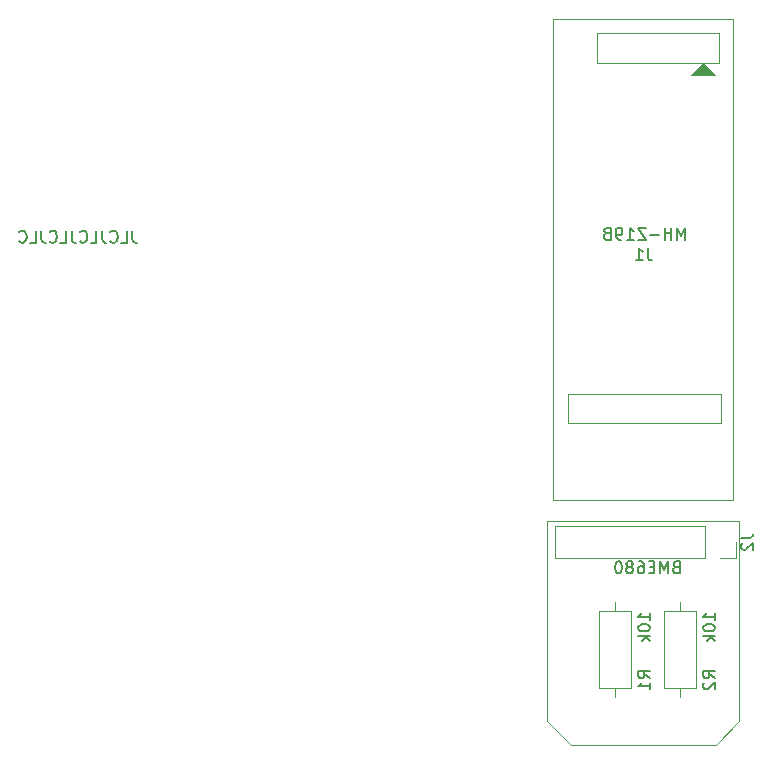
<source format=gbr>
%TF.GenerationSoftware,KiCad,Pcbnew,5.1.10*%
%TF.CreationDate,2021-11-06T09:54:13+01:00*%
%TF.ProjectId,air_quality_box,6169725f-7175-4616-9c69-74795f626f78,rev?*%
%TF.SameCoordinates,Original*%
%TF.FileFunction,Legend,Bot*%
%TF.FilePolarity,Positive*%
%FSLAX46Y46*%
G04 Gerber Fmt 4.6, Leading zero omitted, Abs format (unit mm)*
G04 Created by KiCad (PCBNEW 5.1.10) date 2021-11-06 09:54:13*
%MOMM*%
%LPD*%
G01*
G04 APERTURE LIST*
%ADD10C,0.150000*%
%ADD11C,0.120000*%
%ADD12C,0.100000*%
G04 APERTURE END LIST*
D10*
X109619047Y-62452380D02*
X109619047Y-63166666D01*
X109666666Y-63309523D01*
X109761904Y-63404761D01*
X109904761Y-63452380D01*
X110000000Y-63452380D01*
X108666666Y-63452380D02*
X109142857Y-63452380D01*
X109142857Y-62452380D01*
X107761904Y-63357142D02*
X107809523Y-63404761D01*
X107952380Y-63452380D01*
X108047619Y-63452380D01*
X108190476Y-63404761D01*
X108285714Y-63309523D01*
X108333333Y-63214285D01*
X108380952Y-63023809D01*
X108380952Y-62880952D01*
X108333333Y-62690476D01*
X108285714Y-62595238D01*
X108190476Y-62500000D01*
X108047619Y-62452380D01*
X107952380Y-62452380D01*
X107809523Y-62500000D01*
X107761904Y-62547619D01*
X107047619Y-62452380D02*
X107047619Y-63166666D01*
X107095238Y-63309523D01*
X107190476Y-63404761D01*
X107333333Y-63452380D01*
X107428571Y-63452380D01*
X106095238Y-63452380D02*
X106571428Y-63452380D01*
X106571428Y-62452380D01*
X105190476Y-63357142D02*
X105238095Y-63404761D01*
X105380952Y-63452380D01*
X105476190Y-63452380D01*
X105619047Y-63404761D01*
X105714285Y-63309523D01*
X105761904Y-63214285D01*
X105809523Y-63023809D01*
X105809523Y-62880952D01*
X105761904Y-62690476D01*
X105714285Y-62595238D01*
X105619047Y-62500000D01*
X105476190Y-62452380D01*
X105380952Y-62452380D01*
X105238095Y-62500000D01*
X105190476Y-62547619D01*
X104476190Y-62452380D02*
X104476190Y-63166666D01*
X104523809Y-63309523D01*
X104619047Y-63404761D01*
X104761904Y-63452380D01*
X104857142Y-63452380D01*
X103523809Y-63452380D02*
X104000000Y-63452380D01*
X104000000Y-62452380D01*
X102619047Y-63357142D02*
X102666666Y-63404761D01*
X102809523Y-63452380D01*
X102904761Y-63452380D01*
X103047619Y-63404761D01*
X103142857Y-63309523D01*
X103190476Y-63214285D01*
X103238095Y-63023809D01*
X103238095Y-62880952D01*
X103190476Y-62690476D01*
X103142857Y-62595238D01*
X103047619Y-62500000D01*
X102904761Y-62452380D01*
X102809523Y-62452380D01*
X102666666Y-62500000D01*
X102619047Y-62547619D01*
X101904761Y-62452380D02*
X101904761Y-63166666D01*
X101952380Y-63309523D01*
X102047619Y-63404761D01*
X102190476Y-63452380D01*
X102285714Y-63452380D01*
X100952380Y-63452380D02*
X101428571Y-63452380D01*
X101428571Y-62452380D01*
X100047619Y-63357142D02*
X100095238Y-63404761D01*
X100238095Y-63452380D01*
X100333333Y-63452380D01*
X100476190Y-63404761D01*
X100571428Y-63309523D01*
X100619047Y-63214285D01*
X100666666Y-63023809D01*
X100666666Y-62880952D01*
X100619047Y-62690476D01*
X100571428Y-62595238D01*
X100476190Y-62500000D01*
X100333333Y-62452380D01*
X100238095Y-62452380D01*
X100095238Y-62500000D01*
X100047619Y-62547619D01*
D11*
X159250000Y-45750000D02*
X149000000Y-45750000D01*
X159250000Y-48250000D02*
X159250000Y-45750000D01*
X149000000Y-48250000D02*
X159250000Y-48250000D01*
X149000000Y-45750000D02*
X149000000Y-48250000D01*
X146500000Y-76250000D02*
X146500000Y-78750000D01*
X159500000Y-76250000D02*
X146500000Y-76250000D01*
X159500000Y-78750000D02*
X159500000Y-76250000D01*
X146500000Y-78750000D02*
X159500000Y-78750000D01*
X145250000Y-85250000D02*
X145250000Y-44500000D01*
X160500000Y-85250000D02*
X145250000Y-85250000D01*
X160500000Y-44500000D02*
X160500000Y-85250000D01*
X145250000Y-44500000D02*
X160500000Y-44500000D01*
X144750000Y-87000000D02*
X161000000Y-87000000D01*
X161000000Y-104000000D02*
X159000000Y-106000000D01*
X161000000Y-104000000D02*
X161000000Y-87000000D01*
X146750000Y-106000000D02*
X159000000Y-106000000D01*
X144750000Y-104000000D02*
X146750000Y-106000000D01*
X144750000Y-87000000D02*
X144750000Y-104000000D01*
D12*
%TO.C,J1*%
G36*
X156920000Y-49240000D02*
G01*
X158920000Y-49240000D01*
X157920000Y-48240000D01*
X156920000Y-49240000D01*
G37*
X156920000Y-49240000D02*
X158920000Y-49240000D01*
X157920000Y-48240000D01*
X156920000Y-49240000D01*
D11*
%TO.C,J2*%
X160730000Y-90130000D02*
X160730000Y-88800000D01*
X159400000Y-90130000D02*
X160730000Y-90130000D01*
X158130000Y-90130000D02*
X158130000Y-87470000D01*
X158130000Y-87470000D02*
X145370000Y-87470000D01*
X158130000Y-90130000D02*
X145370000Y-90130000D01*
X145370000Y-90130000D02*
X145370000Y-87470000D01*
%TO.C,R1*%
X151870000Y-101190000D02*
X149130000Y-101190000D01*
X149130000Y-101190000D02*
X149130000Y-94650000D01*
X149130000Y-94650000D02*
X151870000Y-94650000D01*
X151870000Y-94650000D02*
X151870000Y-101190000D01*
X150500000Y-101960000D02*
X150500000Y-101190000D01*
X150500000Y-93880000D02*
X150500000Y-94650000D01*
%TO.C,R2*%
X156000000Y-93880000D02*
X156000000Y-94650000D01*
X156000000Y-101960000D02*
X156000000Y-101190000D01*
X157370000Y-94650000D02*
X157370000Y-101190000D01*
X154630000Y-94650000D02*
X157370000Y-94650000D01*
X154630000Y-101190000D02*
X154630000Y-94650000D01*
X157370000Y-101190000D02*
X154630000Y-101190000D01*
%TO.C,J1*%
D10*
X153253333Y-63942380D02*
X153253333Y-64656666D01*
X153300952Y-64799523D01*
X153396190Y-64894761D01*
X153539047Y-64942380D01*
X153634285Y-64942380D01*
X152253333Y-64942380D02*
X152824761Y-64942380D01*
X152539047Y-64942380D02*
X152539047Y-63942380D01*
X152634285Y-64085238D01*
X152729523Y-64180476D01*
X152824761Y-64228095D01*
X156404761Y-63202380D02*
X156404761Y-62202380D01*
X156071428Y-62916666D01*
X155738095Y-62202380D01*
X155738095Y-63202380D01*
X155261904Y-63202380D02*
X155261904Y-62202380D01*
X155261904Y-62678571D02*
X154690476Y-62678571D01*
X154690476Y-63202380D02*
X154690476Y-62202380D01*
X154214285Y-62821428D02*
X153452380Y-62821428D01*
X153071428Y-62202380D02*
X152404761Y-62202380D01*
X153071428Y-63202380D01*
X152404761Y-63202380D01*
X151500000Y-63202380D02*
X152071428Y-63202380D01*
X151785714Y-63202380D02*
X151785714Y-62202380D01*
X151880952Y-62345238D01*
X151976190Y-62440476D01*
X152071428Y-62488095D01*
X151023809Y-63202380D02*
X150833333Y-63202380D01*
X150738095Y-63154761D01*
X150690476Y-63107142D01*
X150595238Y-62964285D01*
X150547619Y-62773809D01*
X150547619Y-62392857D01*
X150595238Y-62297619D01*
X150642857Y-62250000D01*
X150738095Y-62202380D01*
X150928571Y-62202380D01*
X151023809Y-62250000D01*
X151071428Y-62297619D01*
X151119047Y-62392857D01*
X151119047Y-62630952D01*
X151071428Y-62726190D01*
X151023809Y-62773809D01*
X150928571Y-62821428D01*
X150738095Y-62821428D01*
X150642857Y-62773809D01*
X150595238Y-62726190D01*
X150547619Y-62630952D01*
X149785714Y-62678571D02*
X149642857Y-62726190D01*
X149595238Y-62773809D01*
X149547619Y-62869047D01*
X149547619Y-63011904D01*
X149595238Y-63107142D01*
X149642857Y-63154761D01*
X149738095Y-63202380D01*
X150119047Y-63202380D01*
X150119047Y-62202380D01*
X149785714Y-62202380D01*
X149690476Y-62250000D01*
X149642857Y-62297619D01*
X149595238Y-62392857D01*
X149595238Y-62488095D01*
X149642857Y-62583333D01*
X149690476Y-62630952D01*
X149785714Y-62678571D01*
X150119047Y-62678571D01*
%TO.C,J2*%
X161182380Y-88466666D02*
X161896666Y-88466666D01*
X162039523Y-88419047D01*
X162134761Y-88323809D01*
X162182380Y-88180952D01*
X162182380Y-88085714D01*
X161277619Y-88895238D02*
X161230000Y-88942857D01*
X161182380Y-89038095D01*
X161182380Y-89276190D01*
X161230000Y-89371428D01*
X161277619Y-89419047D01*
X161372857Y-89466666D01*
X161468095Y-89466666D01*
X161610952Y-89419047D01*
X162182380Y-88847619D01*
X162182380Y-89466666D01*
X155630952Y-90928571D02*
X155488095Y-90976190D01*
X155440476Y-91023809D01*
X155392857Y-91119047D01*
X155392857Y-91261904D01*
X155440476Y-91357142D01*
X155488095Y-91404761D01*
X155583333Y-91452380D01*
X155964285Y-91452380D01*
X155964285Y-90452380D01*
X155630952Y-90452380D01*
X155535714Y-90500000D01*
X155488095Y-90547619D01*
X155440476Y-90642857D01*
X155440476Y-90738095D01*
X155488095Y-90833333D01*
X155535714Y-90880952D01*
X155630952Y-90928571D01*
X155964285Y-90928571D01*
X154964285Y-91452380D02*
X154964285Y-90452380D01*
X154630952Y-91166666D01*
X154297619Y-90452380D01*
X154297619Y-91452380D01*
X153821428Y-90928571D02*
X153488095Y-90928571D01*
X153345238Y-91452380D02*
X153821428Y-91452380D01*
X153821428Y-90452380D01*
X153345238Y-90452380D01*
X152488095Y-90452380D02*
X152678571Y-90452380D01*
X152773809Y-90500000D01*
X152821428Y-90547619D01*
X152916666Y-90690476D01*
X152964285Y-90880952D01*
X152964285Y-91261904D01*
X152916666Y-91357142D01*
X152869047Y-91404761D01*
X152773809Y-91452380D01*
X152583333Y-91452380D01*
X152488095Y-91404761D01*
X152440476Y-91357142D01*
X152392857Y-91261904D01*
X152392857Y-91023809D01*
X152440476Y-90928571D01*
X152488095Y-90880952D01*
X152583333Y-90833333D01*
X152773809Y-90833333D01*
X152869047Y-90880952D01*
X152916666Y-90928571D01*
X152964285Y-91023809D01*
X151821428Y-90880952D02*
X151916666Y-90833333D01*
X151964285Y-90785714D01*
X152011904Y-90690476D01*
X152011904Y-90642857D01*
X151964285Y-90547619D01*
X151916666Y-90500000D01*
X151821428Y-90452380D01*
X151630952Y-90452380D01*
X151535714Y-90500000D01*
X151488095Y-90547619D01*
X151440476Y-90642857D01*
X151440476Y-90690476D01*
X151488095Y-90785714D01*
X151535714Y-90833333D01*
X151630952Y-90880952D01*
X151821428Y-90880952D01*
X151916666Y-90928571D01*
X151964285Y-90976190D01*
X152011904Y-91071428D01*
X152011904Y-91261904D01*
X151964285Y-91357142D01*
X151916666Y-91404761D01*
X151821428Y-91452380D01*
X151630952Y-91452380D01*
X151535714Y-91404761D01*
X151488095Y-91357142D01*
X151440476Y-91261904D01*
X151440476Y-91071428D01*
X151488095Y-90976190D01*
X151535714Y-90928571D01*
X151630952Y-90880952D01*
X150821428Y-90452380D02*
X150726190Y-90452380D01*
X150630952Y-90500000D01*
X150583333Y-90547619D01*
X150535714Y-90642857D01*
X150488095Y-90833333D01*
X150488095Y-91071428D01*
X150535714Y-91261904D01*
X150583333Y-91357142D01*
X150630952Y-91404761D01*
X150726190Y-91452380D01*
X150821428Y-91452380D01*
X150916666Y-91404761D01*
X150964285Y-91357142D01*
X151011904Y-91261904D01*
X151059523Y-91071428D01*
X151059523Y-90833333D01*
X151011904Y-90642857D01*
X150964285Y-90547619D01*
X150916666Y-90500000D01*
X150821428Y-90452380D01*
%TO.C,R1*%
X153452380Y-100333333D02*
X152976190Y-100000000D01*
X153452380Y-99761904D02*
X152452380Y-99761904D01*
X152452380Y-100142857D01*
X152500000Y-100238095D01*
X152547619Y-100285714D01*
X152642857Y-100333333D01*
X152785714Y-100333333D01*
X152880952Y-100285714D01*
X152928571Y-100238095D01*
X152976190Y-100142857D01*
X152976190Y-99761904D01*
X153452380Y-101285714D02*
X153452380Y-100714285D01*
X153452380Y-101000000D02*
X152452380Y-101000000D01*
X152595238Y-100904761D01*
X152690476Y-100809523D01*
X152738095Y-100714285D01*
X153452380Y-95404761D02*
X153452380Y-94833333D01*
X153452380Y-95119047D02*
X152452380Y-95119047D01*
X152595238Y-95023809D01*
X152690476Y-94928571D01*
X152738095Y-94833333D01*
X152452380Y-96023809D02*
X152452380Y-96119047D01*
X152500000Y-96214285D01*
X152547619Y-96261904D01*
X152642857Y-96309523D01*
X152833333Y-96357142D01*
X153071428Y-96357142D01*
X153261904Y-96309523D01*
X153357142Y-96261904D01*
X153404761Y-96214285D01*
X153452380Y-96119047D01*
X153452380Y-96023809D01*
X153404761Y-95928571D01*
X153357142Y-95880952D01*
X153261904Y-95833333D01*
X153071428Y-95785714D01*
X152833333Y-95785714D01*
X152642857Y-95833333D01*
X152547619Y-95880952D01*
X152500000Y-95928571D01*
X152452380Y-96023809D01*
X153452380Y-96785714D02*
X152452380Y-96785714D01*
X153071428Y-96880952D02*
X153452380Y-97166666D01*
X152785714Y-97166666D02*
X153166666Y-96785714D01*
%TO.C,R2*%
X158952380Y-100333333D02*
X158476190Y-100000000D01*
X158952380Y-99761904D02*
X157952380Y-99761904D01*
X157952380Y-100142857D01*
X158000000Y-100238095D01*
X158047619Y-100285714D01*
X158142857Y-100333333D01*
X158285714Y-100333333D01*
X158380952Y-100285714D01*
X158428571Y-100238095D01*
X158476190Y-100142857D01*
X158476190Y-99761904D01*
X158047619Y-100714285D02*
X158000000Y-100761904D01*
X157952380Y-100857142D01*
X157952380Y-101095238D01*
X158000000Y-101190476D01*
X158047619Y-101238095D01*
X158142857Y-101285714D01*
X158238095Y-101285714D01*
X158380952Y-101238095D01*
X158952380Y-100666666D01*
X158952380Y-101285714D01*
X158952380Y-95404761D02*
X158952380Y-94833333D01*
X158952380Y-95119047D02*
X157952380Y-95119047D01*
X158095238Y-95023809D01*
X158190476Y-94928571D01*
X158238095Y-94833333D01*
X157952380Y-96023809D02*
X157952380Y-96119047D01*
X158000000Y-96214285D01*
X158047619Y-96261904D01*
X158142857Y-96309523D01*
X158333333Y-96357142D01*
X158571428Y-96357142D01*
X158761904Y-96309523D01*
X158857142Y-96261904D01*
X158904761Y-96214285D01*
X158952380Y-96119047D01*
X158952380Y-96023809D01*
X158904761Y-95928571D01*
X158857142Y-95880952D01*
X158761904Y-95833333D01*
X158571428Y-95785714D01*
X158333333Y-95785714D01*
X158142857Y-95833333D01*
X158047619Y-95880952D01*
X158000000Y-95928571D01*
X157952380Y-96023809D01*
X158952380Y-96785714D02*
X157952380Y-96785714D01*
X158571428Y-96880952D02*
X158952380Y-97166666D01*
X158285714Y-97166666D02*
X158666666Y-96785714D01*
%TD*%
M02*

</source>
